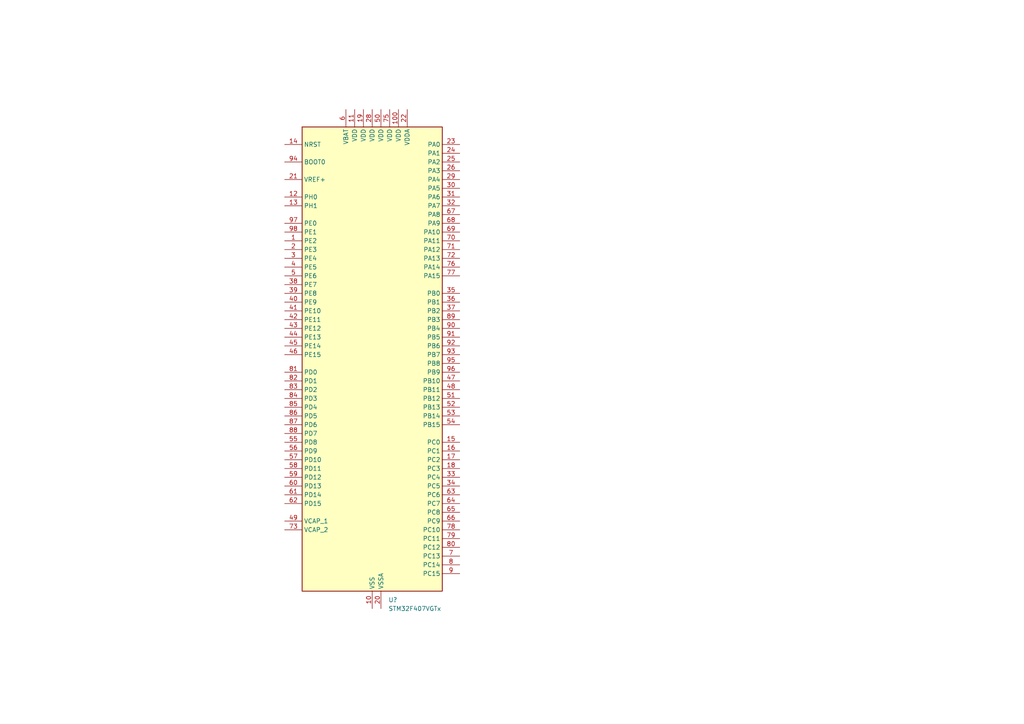
<source format=kicad_sch>
(kicad_sch (version 20250114) (generator "eeschema") (generator_version "9.0")
  (paper "A4")
  (lib_symbols
    (symbol "MCU_ST_STM32F4:STM32F407VGTx"
      (property "Reference" "U" (at -20.32 69.85 0))
      (property "Value" "STM32F407VGTx" (at 12.7 69.85 0))
      (symbol "STM32F407VGTx_0_1"
        (rectangle (start -20.32 -66.04) (end 20.32 68.58) (stroke (width 0.254)) (fill (type background)))
      )
      (symbol "STM32F407VGTx_1_1"
        (pin input line (at -25.4 63.5 0) (length 5.08) (name "NRST") (number "14"))
        (pin input line (at -25.4 58.42 0) (length 5.08) (name "BOOT0") (number "94"))
        (pin input line (at -25.4 53.34 0) (length 5.08) (name "VREF+") (number "21"))
        (pin bidirectional line (at -25.4 48.26 0) (length 5.08) (name "PH0") (number "12"))
        (pin bidirectional line (at -25.4 45.72 0) (length 5.08) (name "PH1") (number "13"))
        (pin bidirectional line (at -25.4 40.64 0) (length 5.08) (name "PE0") (number "97"))
        (pin bidirectional line (at -25.4 38.1 0) (length 5.08) (name "PE1") (number "98"))
        (pin bidirectional line (at -25.4 35.56 0) (length 5.08) (name "PE2") (number "1"))
        (pin bidirectional line (at -25.4 33.02 0) (length 5.08) (name "PE3") (number "2"))
        (pin bidirectional line (at -25.4 30.48 0) (length 5.08) (name "PE4") (number "3"))
        (pin bidirectional line (at -25.4 27.94 0) (length 5.08) (name "PE5") (number "4"))
        (pin bidirectional line (at -25.4 25.4 0) (length 5.08) (name "PE6") (number "5"))
        (pin bidirectional line (at -25.4 22.86 0) (length 5.08) (name "PE7") (number "38"))
        (pin bidirectional line (at -25.4 20.32 0) (length 5.08) (name "PE8") (number "39"))
        (pin bidirectional line (at -25.4 17.78 0) (length 5.08) (name "PE9") (number "40"))
        (pin bidirectional line (at -25.4 15.24 0) (length 5.08) (name "PE10") (number "41"))
        (pin bidirectional line (at -25.4 12.7 0) (length 5.08) (name "PE11") (number "42"))
        (pin bidirectional line (at -25.4 10.16 0) (length 5.08) (name "PE12") (number "43"))
        (pin bidirectional line (at -25.4 7.62 0) (length 5.08) (name "PE13") (number "44"))
        (pin bidirectional line (at -25.4 5.08 0) (length 5.08) (name "PE14") (number "45"))
        (pin bidirectional line (at -25.4 2.54 0) (length 5.08) (name "PE15") (number "46"))
        (pin bidirectional line (at -25.4 -2.54 0) (length 5.08) (name "PD0") (number "81"))
        (pin bidirectional line (at -25.4 -5.08 0) (length 5.08) (name "PD1") (number "82"))
        (pin bidirectional line (at -25.4 -7.62 0) (length 5.08) (name "PD2") (number "83"))
        (pin bidirectional line (at -25.4 -10.16 0) (length 5.08) (name "PD3") (number "84"))
        (pin bidirectional line (at -25.4 -12.7 0) (length 5.08) (name "PD4") (number "85"))
        (pin bidirectional line (at -25.4 -15.24 0) (length 5.08) (name "PD5") (number "86"))
        (pin bidirectional line (at -25.4 -17.78 0) (length 5.08) (name "PD6") (number "87"))
        (pin bidirectional line (at -25.4 -20.32 0) (length 5.08) (name "PD7") (number "88"))
        (pin bidirectional line (at -25.4 -22.86 0) (length 5.08) (name "PD8") (number "55"))
        (pin bidirectional line (at -25.4 -25.4 0) (length 5.08) (name "PD9") (number "56"))
        (pin bidirectional line (at -25.4 -27.94 0) (length 5.08) (name "PD10") (number "57"))
        (pin bidirectional line (at -25.4 -30.48 0) (length 5.08) (name "PD11") (number "58"))
        (pin bidirectional line (at -25.4 -33.02 0) (length 5.08) (name "PD12") (number "59"))
        (pin bidirectional line (at -25.4 -35.56 0) (length 5.08) (name "PD13") (number "60"))
        (pin bidirectional line (at -25.4 -38.1 0) (length 5.08) (name "PD14") (number "61"))
        (pin bidirectional line (at -25.4 -40.64 0) (length 5.08) (name "PD15") (number "62"))
        (pin power_out line (at -25.4 -45.72 0) (length 5.08) (name "VCAP_1") (number "49"))
        (pin power_out line (at -25.4 -48.26 0) (length 5.08) (name "VCAP_2") (number "73"))
        (pin power_in line (at -7.62 73.66 270) (length 5.08) (name "VBAT") (number "6"))
        (pin power_in line (at -5.08 73.66 270) (length 5.08) (name "VDD") (number "11"))
        (pin power_in line (at -2.54 73.66 270) (length 5.08) (name "VDD") (number "19"))
        (pin power_in line (at 0 73.66 270) (length 5.08) (name "VDD") (number "28"))
        (pin power_in line (at 0 -71.12 90) (length 5.08) (name "VSS") (number "10"))
        (pin passive line (at 0 -71.12 90) (length 5.08) (hide yes) (name "VSS") (number "27"))
        (pin passive line (at 0 -71.12 90) (length 5.08) (hide yes) (name "VSS") (number "74"))
        (pin passive line (at 0 -71.12 90) (length 5.08) (hide yes) (name "VSS") (number "99"))
        (pin power_in line (at 2.54 73.66 270) (length 5.08) (name "VDD") (number "50"))
        (pin power_in line (at 2.54 -71.12 90) (length 5.08) (name "VSSA") (number "20"))
        (pin power_in line (at 5.08 73.66 270) (length 5.08) (name "VDD") (number "75"))
        (pin power_in line (at 7.62 73.66 270) (length 5.08) (name "VDD") (number "100"))
        (pin power_in line (at 10.16 73.66 270) (length 5.08) (name "VDDA") (number "22"))
        (pin bidirectional line (at 25.4 63.5 180) (length 5.08) (name "PA0") (number "23"))
        (pin bidirectional line (at 25.4 60.96 180) (length 5.08) (name "PA1") (number "24"))
        (pin bidirectional line (at 25.4 58.42 180) (length 5.08) (name "PA2") (number "25"))
        (pin bidirectional line (at 25.4 55.88 180) (length 5.08) (name "PA3") (number "26"))
        (pin bidirectional line (at 25.4 53.34 180) (length 5.08) (name "PA4") (number "29"))
        (pin bidirectional line (at 25.4 50.8 180) (length 5.08) (name "PA5") (number "30"))
        (pin bidirectional line (at 25.4 48.26 180) (length 5.08) (name "PA6") (number "31"))
        (pin bidirectional line (at 25.4 45.72 180) (length 5.08) (name "PA7") (number "32"))
        (pin bidirectional line (at 25.4 43.18 180) (length 5.08) (name "PA8") (number "67"))
        (pin bidirectional line (at 25.4 40.64 180) (length 5.08) (name "PA9") (number "68"))
        (pin bidirectional line (at 25.4 38.1 180) (length 5.08) (name "PA10") (number "69"))
        (pin bidirectional line (at 25.4 35.56 180) (length 5.08) (name "PA11") (number "70"))
        (pin bidirectional line (at 25.4 33.02 180) (length 5.08) (name "PA12") (number "71"))
        (pin bidirectional line (at 25.4 30.48 180) (length 5.08) (name "PA13") (number "72"))
        (pin bidirectional line (at 25.4 27.94 180) (length 5.08) (name "PA14") (number "76"))
        (pin bidirectional line (at 25.4 25.4 180) (length 5.08) (name "PA15") (number "77"))
        (pin bidirectional line (at 25.4 20.32 180) (length 5.08) (name "PB0") (number "35"))
        (pin bidirectional line (at 25.4 17.78 180) (length 5.08) (name "PB1") (number "36"))
        (pin bidirectional line (at 25.4 15.24 180) (length 5.08) (name "PB2") (number "37"))
        (pin bidirectional line (at 25.4 12.7 180) (length 5.08) (name "PB3") (number "89"))
        (pin bidirectional line (at 25.4 10.16 180) (length 5.08) (name "PB4") (number "90"))
        (pin bidirectional line (at 25.4 7.62 180) (length 5.08) (name "PB5") (number "91"))
        (pin bidirectional line (at 25.4 5.08 180) (length 5.08) (name "PB6") (number "92"))
        (pin bidirectional line (at 25.4 2.54 180) (length 5.08) (name "PB7") (number "93"))
        (pin bidirectional line (at 25.4 0 180) (length 5.08) (name "PB8") (number "95"))
        (pin bidirectional line (at 25.4 -2.54 180) (length 5.08) (name "PB9") (number "96"))
        (pin bidirectional line (at 25.4 -5.08 180) (length 5.08) (name "PB10") (number "47"))
        (pin bidirectional line (at 25.4 -7.62 180) (length 5.08) (name "PB11") (number "48"))
        (pin bidirectional line (at 25.4 -10.16 180) (length 5.08) (name "PB12") (number "51"))
        (pin bidirectional line (at 25.4 -12.7 180) (length 5.08) (name "PB13") (number "52"))
        (pin bidirectional line (at 25.4 -15.24 180) (length 5.08) (name "PB14") (number "53"))
        (pin bidirectional line (at 25.4 -17.78 180) (length 5.08) (name "PB15") (number "54"))
        (pin bidirectional line (at 25.4 -22.86 180) (length 5.08) (name "PC0") (number "15"))
        (pin bidirectional line (at 25.4 -25.4 180) (length 5.08) (name "PC1") (number "16"))
        (pin bidirectional line (at 25.4 -27.94 180) (length 5.08) (name "PC2") (number "17"))
        (pin bidirectional line (at 25.4 -30.48 180) (length 5.08) (name "PC3") (number "18"))
        (pin bidirectional line (at 25.4 -33.02 180) (length 5.08) (name "PC4") (number "33"))
        (pin bidirectional line (at 25.4 -35.56 180) (length 5.08) (name "PC5") (number "34"))
        (pin bidirectional line (at 25.4 -38.1 180) (length 5.08) (name "PC6") (number "63"))
        (pin bidirectional line (at 25.4 -40.64 180) (length 5.08) (name "PC7") (number "64"))
        (pin bidirectional line (at 25.4 -43.18 180) (length 5.08) (name "PC8") (number "65"))
        (pin bidirectional line (at 25.4 -45.72 180) (length 5.08) (name "PC9") (number "66"))
        (pin bidirectional line (at 25.4 -48.26 180) (length 5.08) (name "PC10") (number "78"))
        (pin bidirectional line (at 25.4 -50.8 180) (length 5.08) (name "PC11") (number "79"))
        (pin bidirectional line (at 25.4 -53.34 180) (length 5.08) (name "PC12") (number "80"))
        (pin bidirectional line (at 25.4 -55.88 180) (length 5.08) (name "PC13") (number "7"))
        (pin bidirectional line (at 25.4 -58.42 180) (length 5.08) (name "PC14") (number "8"))
        (pin bidirectional line (at 25.4 -60.96 180) (length 5.08) (name "PC15") (number "9"))
      )
    )
  )
  (symbol (lib_id "MCU_ST_STM32F4:STM32F407VGTx") (at 107.95 105.41 0) (unit 1)
    (property "Reference" "U?" (at 112.6333 173.99 0) (effects (justify left)))
    (property "Value" "STM32F407VGTx" (at 112.6333 176.53 0) (effects (justify left)))
    (property "Footprint" "Package_QFP:LQFP-100_14x14mm_P0.5mm" (effects (hide yes)))
    (property "Datasheet" "https://www.st.com/resource/en/datasheet/stm32f407vg.pdf" (effects (hide yes)))
    (property "Description" "STMicroelectronics Arm Cortex-M4 MCU, 1024KB flash, 192KB RAM, 168 MHz, 1.8-3.6V, 82 GPIO, LQFP100" (effects (hide yes)))
  )
)
</source>
